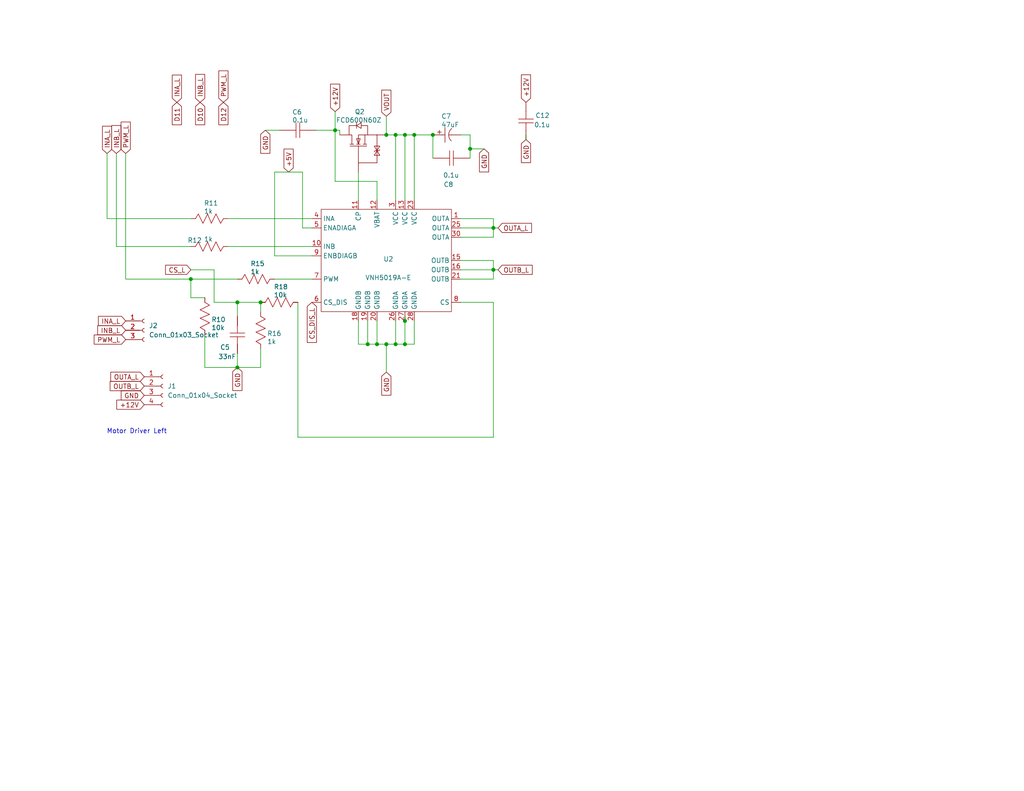
<source format=kicad_sch>
(kicad_sch (version 20250114) (generator "eeschema") (generator_version "9.0")
  (paper "A")
  (lib_symbols
    (symbol "Connector:Conn_01x03_Socket" (pin_names (offset 1.016) (hide yes))
      (property "Reference" "J" (at 0 5.08 0))
      (property "Value" "Conn_01x03_Socket" (at 0 -5.08 0))
      (symbol "Conn_01x03_Socket_1_1"
        (polyline (pts (xy -1.27 2.54) (xy -0.508 2.54)) (stroke (width 0.1524)))
        (polyline (pts (xy -1.27 0) (xy -0.508 0)) (stroke (width 0.1524)))
        (polyline (pts (xy -1.27 -2.54) (xy -0.508 -2.54)) (stroke (width 0.1524)))
        (arc (start 0 2.032) (mid -0.5058 2.54) (end 0 3.048) (stroke (width 0.1524)))
        (arc (start 0 -0.508) (mid -0.5058 0) (end 0 0.508) (stroke (width 0.1524)))
        (arc (start 0 -3.048) (mid -0.5058 -2.54) (end 0 -2.032) (stroke (width 0.1524)))
        (pin passive line (at -5.08 2.54 0) (length 3.81) (name "Pin_1") (number "1"))
        (pin passive line (at -5.08 0 0) (length 3.81) (name "Pin_2") (number "2"))
        (pin passive line (at -5.08 -2.54 0) (length 3.81) (name "Pin_3") (number "3"))
      )
    )
    (symbol "Connector:Conn_01x04_Socket" (pin_names (offset 1.016) (hide yes))
      (property "Reference" "J" (at 0 5.08 0))
      (property "Value" "Conn_01x04_Socket" (at 0 -7.62 0))
      (symbol "Conn_01x04_Socket_1_1"
        (polyline (pts (xy -1.27 2.54) (xy -0.508 2.54)) (stroke (width 0.1524)))
        (polyline (pts (xy -1.27 0) (xy -0.508 0)) (stroke (width 0.1524)))
        (polyline (pts (xy -1.27 -2.54) (xy -0.508 -2.54)) (stroke (width 0.1524)))
        (polyline (pts (xy -1.27 -5.08) (xy -0.508 -5.08)) (stroke (width 0.1524)))
        (arc (start 0 2.032) (mid -0.5058 2.54) (end 0 3.048) (stroke (width 0.1524)))
        (arc (start 0 -0.508) (mid -0.5058 0) (end 0 0.508) (stroke (width 0.1524)))
        (arc (start 0 -3.048) (mid -0.5058 -2.54) (end 0 -2.032) (stroke (width 0.1524)))
        (arc (start 0 -5.588) (mid -0.5058 -5.08) (end 0 -4.572) (stroke (width 0.1524)))
        (pin passive line (at -5.08 2.54 0) (length 3.81) (name "Pin_1") (number "1"))
        (pin passive line (at -5.08 0 0) (length 3.81) (name "Pin_2") (number "2"))
        (pin passive line (at -5.08 -2.54 0) (length 3.81) (name "Pin_3") (number "3"))
        (pin passive line (at -5.08 -5.08 0) (length 3.81) (name "Pin_4") (number "4"))
      )
    )
    (symbol "VNH5019-altium-import:root_0_0.1u_" (pin_numbers (hide yes)) (pin_names (hide yes))
      (symbol "root_0_0.1u__1_0"
        (polyline (pts (xy -0.508 0) (xy -2.54 0)) (stroke (width 0) (color 160 0 0 1)))
        (polyline (pts (xy -0.508 -2.032) (xy -0.508 2.032)) (stroke (width 0) (color 160 0 0 1)))
        (polyline (pts (xy 0.508 2.032) (xy 0.508 -2.032)) (stroke (width 0) (color 160 0 0 1)))
        (polyline (pts (xy 2.54 0) (xy 0.508 0)) (stroke (width 0) (color 160 0 0 1)))
        (pin passive line (at -5.08 0 0) (length 2.54) (name "1") (number "1"))
        (pin passive line (at 5.08 0 180) (length 2.54) (name "2") (number "2"))
      )
    )
    (symbol "VNH5019-altium-import:root_0_10k_" (pin_numbers (hide yes)) (pin_names (hide yes))
      (symbol "root_0_10k__1_0"
        (polyline (pts (xy -3.048 1.27) (xy -3.81 0)) (stroke (width 0) (color 160 0 0 1)))
        (polyline (pts (xy -1.778 -1.27) (xy -3.048 1.27)) (stroke (width 0) (color 160 0 0 1)))
        (polyline (pts (xy -0.508 1.27) (xy -1.778 -1.27)) (stroke (width 0) (color 160 0 0 1)))
        (polyline (pts (xy 0.508 -1.27) (xy -0.508 1.27)) (stroke (width 0) (color 160 0 0 1)))
        (polyline (pts (xy 1.778 1.27) (xy 0.508 -1.27)) (stroke (width 0) (color 160 0 0 1)))
        (polyline (pts (xy 3.048 -1.27) (xy 1.778 1.27)) (stroke (width 0) (color 160 0 0 1)))
        (polyline (pts (xy 3.81 0) (xy 3.048 -1.27)) (stroke (width 0) (color 160 0 0 1)))
        (pin passive line (at -5.08 0 0) (length 1.27) (name "1") (number "1"))
        (pin passive line (at 5.08 0 180) (length 1.27) (name "2") (number "2"))
      )
    )
    (symbol "VNH5019-altium-import:root_0_1k_" (pin_numbers (hide yes)) (pin_names (hide yes))
      (symbol "root_0_1k__1_0"
        (polyline (pts (xy -3.048 1.27) (xy -3.81 0)) (stroke (width 0) (color 160 0 0 1)))
        (polyline (pts (xy -1.778 -1.27) (xy -3.048 1.27)) (stroke (width 0) (color 160 0 0 1)))
        (polyline (pts (xy -0.508 1.27) (xy -1.778 -1.27)) (stroke (width 0) (color 160 0 0 1)))
        (polyline (pts (xy 0.508 -1.27) (xy -0.508 1.27)) (stroke (width 0) (color 160 0 0 1)))
        (polyline (pts (xy 1.778 1.27) (xy 0.508 -1.27)) (stroke (width 0) (color 160 0 0 1)))
        (polyline (pts (xy 3.048 -1.27) (xy 1.778 1.27)) (stroke (width 0) (color 160 0 0 1)))
        (polyline (pts (xy 3.81 0) (xy 3.048 -1.27)) (stroke (width 0) (color 160 0 0 1)))
        (pin passive line (at -5.08 0 0) (length 1.27) (name "1") (number "1"))
        (pin passive line (at 5.08 0 180) (length 1.27) (name "2") (number "2"))
      )
    )
    (symbol "VNH5019-altium-import:root_0_47uF_" (pin_numbers (hide yes)) (pin_names (hide yes))
      (symbol "root_0_47uF__1_0"
        (polyline (pts (xy -2.54 0.762) (xy -1.524 0.762)) (stroke (width 0) (color 136 0 0 1)))
        (polyline (pts (xy -2.032 1.27) (xy -2.032 0.254)) (stroke (width 0) (color 136 0 0 1)))
        (polyline (pts (xy -1.27 0) (xy -0.508 0)) (stroke (width 0) (color 136 0 0 1)))
        (polyline (pts (xy -0.508 2.032) (xy -0.508 -2.032)) (stroke (width 0) (color 136 0 0 1)))
        (polyline (pts (xy 0.508 0) (xy 1.27 0)) (stroke (width 0) (color 136 0 0 1)))
        (arc (start 1.2064 -1.6438) (mid 0.5094 0.0813) (end 1.3258 1.7532) (stroke (width 0) (color 136 0 0 1)))
        (pin passive line (at -3.81 0 0) (length 2.54) (name "1") (number "1"))
        (pin passive line (at 3.81 0 180) (length 2.54) (name "2") (number "2"))
      )
    )
    (symbol "VNH5019-altium-import:root_0_VNH5019A-E_"
      (symbol "root_0_VNH5019A-E__1_0"
        (rectangle (start -17.78 13.97) (end 17.78 -13.97) (stroke (width 0) (color 141 35 35 1)))
        (pin passive line (at -20.32 11.43 0) (length 2.54) (name "INA") (number "4"))
        (pin passive line (at -20.32 8.89 0) (length 2.54) (name "ENADIAGA") (number "5"))
        (pin passive line (at -20.32 3.81 0) (length 2.54) (name "INB") (number "10"))
        (pin passive line (at -20.32 1.27 0) (length 2.54) (name "ENBDIAGB") (number "9"))
        (pin passive line (at -20.32 -5.08 0) (length 2.54) (name "PWM") (number "7"))
        (pin passive line (at -20.32 -11.43 0) (length 2.54) (name "CS_DIS") (number "6"))
        (pin passive line (at -7.62 16.51 270) (length 2.54) (name "CP") (number "11"))
        (pin passive line (at -7.62 -16.51 90) (length 2.54) (name "GNDB") (number "18"))
        (pin passive line (at -5.08 -16.51 90) (length 2.54) (name "GNDB") (number "19"))
        (pin passive line (at -2.54 16.51 270) (length 2.54) (name "VBAT") (number "12"))
        (pin passive line (at -2.54 -16.51 90) (length 2.54) (name "GNDB") (number "20"))
        (pin passive line (at 2.54 16.51 270) (length 2.54) (name "VCC") (number "3"))
        (pin passive line (at 2.54 -16.51 90) (length 2.54) (name "GNDA") (number "26"))
        (pin passive line (at 5.08 16.51 270) (length 2.54) (name "VCC") (number "13"))
        (pin passive line (at 5.08 -16.51 90) (length 2.54) (name "GNDA") (number "27"))
        (pin passive line (at 7.62 16.51 270) (length 2.54) (name "VCC") (number "23"))
        (pin passive line (at 7.62 -16.51 90) (length 2.54) (name "GNDA") (number "28"))
        (pin passive line (at 20.32 11.43 180) (length 2.54) (name "OUTA") (number "1"))
        (pin passive line (at 20.32 8.89 180) (length 2.54) (name "OUTA") (number "25"))
        (pin passive line (at 20.32 6.35 180) (length 2.54) (name "OUTA") (number "30"))
        (pin passive line (at 20.32 0 180) (length 2.54) (name "OUTB") (number "15"))
        (pin passive line (at 20.32 -2.54 180) (length 2.54) (name "OUTB") (number "16"))
        (pin passive line (at 20.32 -5.08 180) (length 2.54) (name "OUTB") (number "21"))
        (pin passive line (at 20.32 -11.43 180) (length 2.54) (name "CS") (number "8"))
      )
    )
    (symbol "VNH5019-altium-import:root_1_10k_" (pin_numbers (hide yes)) (pin_names (hide yes))
      (symbol "root_1_10k__1_0"
        (polyline (pts (xy -1.27 1.778) (xy 1.27 0.508)) (stroke (width 0) (color 160 0 0 1)))
        (polyline (pts (xy -1.27 -0.508) (xy 1.27 -1.778)) (stroke (width 0) (color 160 0 0 1)))
        (polyline (pts (xy -1.27 -3.048) (xy 0 -3.81)) (stroke (width 0) (color 160 0 0 1)))
        (polyline (pts (xy 0 3.81) (xy 1.27 3.048)) (stroke (width 0) (color 160 0 0 1)))
        (polyline (pts (xy 1.27 3.048) (xy -1.27 1.778)) (stroke (width 0) (color 160 0 0 1)))
        (polyline (pts (xy 1.27 0.508) (xy -1.27 -0.508)) (stroke (width 0) (color 160 0 0 1)))
        (polyline (pts (xy 1.27 -1.778) (xy -1.27 -3.048)) (stroke (width 0) (color 160 0 0 1)))
        (pin passive line (at 0 5.08 270) (length 1.27) (name "2") (number "2"))
        (pin passive line (at 0 -5.08 90) (length 1.27) (name "1") (number "1"))
      )
    )
    (symbol "VNH5019-altium-import:root_1_1k_" (pin_numbers (hide yes)) (pin_names (hide yes))
      (symbol "root_1_1k__1_0"
        (polyline (pts (xy -1.27 1.778) (xy 1.27 0.508)) (stroke (width 0) (color 160 0 0 1)))
        (polyline (pts (xy -1.27 -0.508) (xy 1.27 -1.778)) (stroke (width 0) (color 160 0 0 1)))
        (polyline (pts (xy -1.27 -3.048) (xy 0 -3.81)) (stroke (width 0) (color 160 0 0 1)))
        (polyline (pts (xy 0 3.81) (xy 1.27 3.048)) (stroke (width 0) (color 160 0 0 1)))
        (polyline (pts (xy 1.27 3.048) (xy -1.27 1.778)) (stroke (width 0) (color 160 0 0 1)))
        (polyline (pts (xy 1.27 0.508) (xy -1.27 -0.508)) (stroke (width 0) (color 160 0 0 1)))
        (polyline (pts (xy 1.27 -1.778) (xy -1.27 -3.048)) (stroke (width 0) (color 160 0 0 1)))
        (pin passive line (at 0 5.08 270) (length 1.27) (name "2") (number "2"))
        (pin passive line (at 0 -5.08 90) (length 1.27) (name "1") (number "1"))
      )
    )
    (symbol "VNH5019-altium-import:root_1_FCD600N60Z_" (pin_numbers (hide yes)) (pin_names (hide yes))
      (property "Reference" "Q2" (at -1.016 5.588 0))
      (property "Value" "FCD600N60Z" (at -6.096 3.302 0))
      (symbol "root_1_FCD600N60Z__1_0"
        (polyline (pts (xy -2.286 -2.54) (xy -1.27 -2.54)) (stroke (width 0) (color 136 0 0 1)))
        (polyline (pts (xy -2.286 -3.048) (xy 2.286 -3.048)) (stroke (width 0) (color 136 0 0 1)))
        (polyline (pts (xy -1.778 -2.54) (xy -1.778 0) (xy -1.778 0) (xy -2.54 0) (xy -2.54 0) (xy -2.54 2.54) (xy -2.54 2.54) (xy -0.508 2.54)) (stroke (width 0) (color 136 0 0 1)))
        (polyline (pts (xy -0.508 3.302) (xy -0.508 3.048) (xy -0.508 3.048) (xy -0.508 2.032) (xy -0.508 2.032) (xy -0.508 1.778)) (stroke (width 0) (color 136 0 0 1)))
        (polyline (pts (xy -0.508 2.54) (xy 0.762 1.778) (xy 0.762 1.778) (xy 0.762 3.302) (xy 0.762 3.302) (xy -0.508 2.54)) (stroke (width 0) (color 136 0 0 1)))
        (polyline (pts (xy 0 -2.54) (xy 0.508 -1.016) (xy 0.508 -1.016) (xy -0.508 -1.016) (xy -0.508 -1.016) (xy 0 -2.54)) (stroke (width 0) (color 136 0 0 1)))
        (polyline (pts (xy 0 -2.54) (xy 0 0) (xy 0 0) (xy 2.54 0) (xy 2.54 0) (xy 2.54 2.54) (xy 2.54 2.54) (xy 0.762 2.54)) (stroke (width 0) (color 136 0 0 1)))
        (polyline (pts (xy 0 -8.128) (xy 0 -3.048)) (stroke (width 0) (color 136 0 0 1)))
        (polyline (pts (xy 0.508 -2.54) (xy -0.508 -2.54)) (stroke (width 0) (color 136 0 0 1)))
        (polyline (pts (xy 1.778 0) (xy 1.778 -2.54)) (stroke (width 0) (color 136 0 0 1)))
        (polyline (pts (xy 2.286 -2.54) (xy 1.27 -2.54)) (stroke (width 0) (color 136 0 0 1)))
        (polyline (pts (xy 4.318 -4.572) (xy 4.572 -4.318) (xy 4.572 -4.318) (xy 5.588 -4.318) (xy 5.588 -4.318) (xy 5.842 -4.064)) (stroke (width 0) (color 136 0 0 1)))
        (polyline (pts (xy 5.08 0) (xy 2.54 0)) (stroke (width 0) (color 136 0 0 1)))
        (polyline (pts (xy 5.08 0) (xy 5.08 -7.62)) (stroke (width 0) (color 136 0 0 1)))
        (polyline (pts (xy 5.08 -4.318) (xy 4.318 -5.588) (xy 4.318 -5.588) (xy 5.842 -5.588) (xy 5.842 -5.588) (xy 5.08 -4.318)) (stroke (width 0) (color 136 0 0 1)))
        (polyline (pts (xy 5.08 -4.318) (xy 5.842 -3.048) (xy 5.842 -3.048) (xy 4.318 -3.048) (xy 4.318 -3.048) (xy 5.08 -4.318)) (stroke (width 0) (color 136 0 0 1)))
        (polyline (pts (xy 5.08 -7.62) (xy 0 -7.62)) (stroke (width 0) (color 136 0 0 1)))
        (pin passive line (at -5.08 0 0) (length 2.54) (name "D") (number "2"))
        (pin passive line (at 0 -10.16 90) (length 2.032) (name "G") (number "1"))
        (pin passive line (at 7.62 0 180) (length 2.54) (name "S") (number "3"))
      )
    )
    (symbol "VNH5019-altium-import:root_3_33nF_" (pin_numbers (hide yes)) (pin_names (hide yes))
      (symbol "root_3_33nF__1_0"
        (polyline (pts (xy -2.032 0.508) (xy 2.032 0.508)) (stroke (width 0) (color 160 0 0 1)))
        (polyline (pts (xy 0 0.508) (xy 0 2.54)) (stroke (width 0) (color 160 0 0 1)))
        (polyline (pts (xy 0 -2.54) (xy 0 -0.508)) (stroke (width 0) (color 160 0 0 1)))
        (polyline (pts (xy 2.032 -0.508) (xy -2.032 -0.508)) (stroke (width 0) (color 160 0 0 1)))
        (pin passive line (at 0 5.08 270) (length 2.54) (name "1") (number "1"))
        (pin passive line (at 0 -5.08 90) (length 2.54) (name "2") (number "2"))
      )
    )
  )
  (text "Motor Driver Left" (at 37.338 117.856 0) (effects (font (size 1.27 1.27))))
  (junction (at 64.77 100.33))
  (junction (at 110.49 87.63))
  (junction (at 102.87 93.98))
  (junction (at 105.41 93.98))
  (junction (at 110.49 93.98))
  (junction (at 100.33 93.98))
  (junction (at 134.62 73.66))
  (junction (at 134.62 62.23))
  (junction (at 105.41 36.83))
  (junction (at 71.12 82.55))
  (junction (at 118.11 36.83))
  (junction (at 128.27 40.64))
  (junction (at 91.44 35.56))
  (junction (at 52.07 76.2))
  (junction (at 110.49 36.83))
  (junction (at 64.77 82.55))
  (junction (at 113.03 36.83))
  (junction (at 107.95 36.83))
  (junction (at 107.95 93.98))
  (wire (pts (xy 128.27 36.83) (xy 128.27 40.64)))
  (wire (pts (xy 134.62 71.12) (xy 134.62 73.66)))
  (wire (pts (xy 105.41 31.75) (xy 105.41 36.83)))
  (wire (pts (xy 110.49 93.98) (xy 113.03 93.98)))
  (wire (pts (xy 110.49 93.98) (xy 110.49 87.63)))
  (wire (pts (xy 107.95 87.63) (xy 107.95 93.98)))
  (wire (pts (xy 134.62 76.2) (xy 125.73 76.2)))
  (wire (pts (xy 91.44 35.56) (xy 91.44 49.53)))
  (wire (pts (xy 55.88 100.33) (xy 55.88 91.44)))
  (wire (pts (xy 97.79 87.63) (xy 97.79 93.98)))
  (wire (pts (xy 34.29 76.2) (xy 52.07 76.2)))
  (wire (pts (xy 107.95 36.83) (xy 107.95 54.61)))
  (wire (pts (xy 64.77 96.52) (xy 64.77 100.33)))
  (wire (pts (xy 85.09 67.31) (xy 62.23 67.31)))
  (wire (pts (xy 102.87 87.63) (xy 102.87 93.98)))
  (wire (pts (xy 71.12 95.25) (xy 71.12 100.33)))
  (wire (pts (xy 134.62 82.55) (xy 134.62 119.38)))
  (wire (pts (xy 85.09 62.23) (xy 82.55 62.23)))
  (wire (pts (xy 102.87 93.98) (xy 105.41 93.98)))
  (wire (pts (xy 105.41 101.6) (xy 105.41 93.98)))
  (wire (pts (xy 118.11 43.18) (xy 118.11 36.83)))
  (wire (pts (xy 102.87 49.53) (xy 91.44 49.53)))
  (wire (pts (xy 52.07 76.2) (xy 64.77 76.2)))
  (wire (pts (xy 64.77 100.33) (xy 55.88 100.33)))
  (wire (pts (xy 52.07 81.28) (xy 52.07 76.2)))
  (wire (pts (xy 55.88 81.28) (xy 52.07 81.28)))
  (wire (pts (xy 110.49 54.61) (xy 110.49 36.83)))
  (wire (pts (xy 62.23 59.69) (xy 85.09 59.69)))
  (wire (pts (xy 58.42 73.66) (xy 58.42 82.55)))
  (wire (pts (xy 74.93 46.99) (xy 82.55 46.99)))
  (wire (pts (xy 143.51 38.1) (xy 143.51 36.83)))
  (wire (pts (xy 110.49 87.63) (xy 110.49 86.36)))
  (wire (pts (xy 134.62 73.66) (xy 134.62 76.2)))
  (wire (pts (xy 92.71 36.83) (xy 92.71 35.56)))
  (wire (pts (xy 110.49 36.83) (xy 107.95 36.83)))
  (wire (pts (xy 100.33 93.98) (xy 102.87 93.98)))
  (wire (pts (xy 113.03 93.98) (xy 113.03 87.63)))
  (wire (pts (xy 100.33 87.63) (xy 100.33 93.98)))
  (wire (pts (xy 107.95 93.98) (xy 110.49 93.98)))
  (wire (pts (xy 134.62 73.66) (xy 135.89 73.66)))
  (wire (pts (xy 134.62 64.77) (xy 125.73 64.77)))
  (wire (pts (xy 71.12 100.33) (xy 64.77 100.33)))
  (wire (pts (xy 125.73 73.66) (xy 134.62 73.66)))
  (wire (pts (xy 134.62 62.23) (xy 135.89 62.23)))
  (wire (pts (xy 52.07 67.31) (xy 31.75 67.31)))
  (wire (pts (xy 86.36 35.56) (xy 91.44 35.56)))
  (wire (pts (xy 29.21 59.69) (xy 29.21 41.91)))
  (wire (pts (xy 71.12 82.55) (xy 71.12 85.09)))
  (wire (pts (xy 52.07 59.69) (xy 29.21 59.69)))
  (wire (pts (xy 134.62 62.23) (xy 134.62 64.77)))
  (wire (pts (xy 34.29 41.91) (xy 34.29 76.2)))
  (wire (pts (xy 64.77 82.55) (xy 71.12 82.55)))
  (wire (pts (xy 92.71 35.56) (xy 91.44 35.56)))
  (wire (pts (xy 97.79 54.61) (xy 97.79 46.99)))
  (wire (pts (xy 81.28 119.38) (xy 81.28 82.55)))
  (wire (pts (xy 52.07 73.66) (xy 58.42 73.66)))
  (wire (pts (xy 58.42 82.55) (xy 64.77 82.55)))
  (wire (pts (xy 105.41 93.98) (xy 107.95 93.98)))
  (wire (pts (xy 91.44 30.48) (xy 91.44 35.56)))
  (wire (pts (xy 134.62 119.38) (xy 81.28 119.38)))
  (wire (pts (xy 113.03 36.83) (xy 110.49 36.83)))
  (wire (pts (xy 31.75 67.31) (xy 31.75 41.91)))
  (wire (pts (xy 97.79 93.98) (xy 100.33 93.98)))
  (wire (pts (xy 64.77 86.36) (xy 64.77 82.55)))
  (wire (pts (xy 125.73 82.55) (xy 134.62 82.55)))
  (wire (pts (xy 113.03 54.61) (xy 113.03 36.83)))
  (wire (pts (xy 132.08 40.64) (xy 128.27 40.64)))
  (wire (pts (xy 74.93 46.99) (xy 74.93 69.85)))
  (wire (pts (xy 85.09 69.85) (xy 74.93 69.85)))
  (wire (pts (xy 128.27 40.64) (xy 128.27 43.18)))
  (wire (pts (xy 134.62 59.69) (xy 134.62 62.23)))
  (wire (pts (xy 125.73 71.12) (xy 134.62 71.12)))
  (wire (pts (xy 102.87 54.61) (xy 102.87 49.53)))
  (wire (pts (xy 105.41 36.83) (xy 107.95 36.83)))
  (wire (pts (xy 82.55 46.99) (xy 82.55 62.23)))
  (wire (pts (xy 125.73 59.69) (xy 134.62 59.69)))
  (wire (pts (xy 125.73 36.83) (xy 128.27 36.83)))
  (wire (pts (xy 72.39 35.56) (xy 76.2 35.56)))
  (wire (pts (xy 85.09 76.2) (xy 74.93 76.2)))
  (wire (pts (xy 125.73 62.23) (xy 134.62 62.23)))
  (wire (pts (xy 118.11 36.83) (xy 113.03 36.83)))
  (global_label "PWM_L" (shape input) (at 34.29 92.71 180) (property "Intersheetrefs" "${INTERSHEET_REFS}" (effects (hide yes))))
  (global_label "D12" (shape input) (at 60.96 27.94 270) (property "Intersheetrefs" "${INTERSHEET_REFS}" (effects (hide yes))))
  (global_label "INB_L" (shape input) (at 54.61 27.94 90) (property "Intersheetrefs" "${INTERSHEET_REFS}" (effects (hide yes))))
  (global_label "INA_L" (shape input) (at 34.29 87.63 180) (property "Intersheetrefs" "${INTERSHEET_REFS}" (effects (hide yes))))
  (global_label "INB_L" (shape input) (at 31.75 41.91 90) (property "Intersheetrefs" "${INTERSHEET_REFS}" (effects (hide yes))))
  (global_label "INB_L" (shape input) (at 34.29 90.17 180) (property "Intersheetrefs" "${INTERSHEET_REFS}" (effects (hide yes))))
  (global_label "OUTB_L" (shape input) (at 39.37 105.41 180) (property "Intersheetrefs" "${INTERSHEET_REFS}" (effects (hide yes))))
  (global_label "OUTB_L" (shape input) (at 135.89 73.66 0) (property "Intersheetrefs" "${INTERSHEET_REFS}" (effects (hide yes))))
  (global_label "CS_DIS_L" (shape input) (at 85.09 82.55 270) (property "Intersheetrefs" "${INTERSHEET_REFS}" (effects (hide yes))))
  (global_label "+5V" (shape input) (at 78.74 46.99 90) (property "Intersheetrefs" "${INTERSHEET_REFS}" (effects (hide yes))))
  (global_label "INA_L" (shape input) (at 48.26 27.94 90) (property "Intersheetrefs" "${INTERSHEET_REFS}" (effects (hide yes))))
  (global_label "PWM_L" (shape input) (at 60.96 27.94 90) (property "Intersheetrefs" "${INTERSHEET_REFS}" (effects (hide yes))))
  (global_label "GND" (shape input) (at 39.37 107.95 180) (property "Intersheetrefs" "${INTERSHEET_REFS}" (effects (hide yes))))
  (global_label "GND" (shape input) (at 132.08 40.64 270) (property "Intersheetrefs" "${INTERSHEET_REFS}" (effects (hide yes))))
  (global_label "INA_L" (shape input) (at 29.21 41.91 90) (property "Intersheetrefs" "${INTERSHEET_REFS}" (effects (hide yes))))
  (global_label "+12V" (shape input) (at 91.44 30.48 90) (property "Intersheetrefs" "${INTERSHEET_REFS}" (effects (hide yes))))
  (global_label "PWM_L" (shape input) (at 34.29 41.91 90) (property "Intersheetrefs" "${INTERSHEET_REFS}" (effects (hide yes))))
  (global_label "CS_L" (shape input) (at 52.07 73.66 180) (property "Intersheetrefs" "${INTERSHEET_REFS}" (effects (hide yes))))
  (global_label "GND" (shape input) (at 72.39 35.56 270) (property "Intersheetrefs" "${INTERSHEET_REFS}" (effects (hide yes))))
  (global_label "+12V" (shape input) (at 143.51 27.94 90) (property "Intersheetrefs" "${INTERSHEET_REFS}" (effects (hide yes))))
  (global_label "D10" (shape input) (at 54.61 27.94 270) (property "Intersheetrefs" "${INTERSHEET_REFS}" (effects (hide yes))))
  (global_label "+12V" (shape input) (at 39.37 110.49 180) (property "Intersheetrefs" "${INTERSHEET_REFS}" (effects (hide yes))))
  (global_label "OUTA_L" (shape input) (at 135.89 62.23 0) (property "Intersheetrefs" "${INTERSHEET_REFS}" (effects (hide yes))))
  (global_label "OUTA_L" (shape input) (at 39.37 102.87 180) (property "Intersheetrefs" "${INTERSHEET_REFS}" (effects (hide yes))))
  (global_label "GND" (shape input) (at 143.51 38.1 270) (property "Intersheetrefs" "${INTERSHEET_REFS}" (effects (hide yes))))
  (global_label "D11" (shape input) (at 48.26 27.94 270) (property "Intersheetrefs" "${INTERSHEET_REFS}" (effects (hide yes))))
  (global_label "GND" (shape input) (at 105.41 101.6 270) (property "Intersheetrefs" "${INTERSHEET_REFS}" (effects (hide yes))))
  (global_label "GND" (shape input) (at 64.77 100.33 270) (property "Intersheetrefs" "${INTERSHEET_REFS}" (effects (hide yes))))
  (global_label "VOUT" (shape input) (at 105.41 31.75 90) (property "Intersheetrefs" "${INTERSHEET_REFS}" (effects (hide yes))))
  (symbol (lib_id "VNH5019-altium-import:root_0_0.1u_") (at 81.28 35.56 0) (unit 1)
    (property "Reference" "C6" (at 79.714 31.328 0) (effects (justify left bottom)))
    (property "Value" "0.1u" (at 79.712 33.507 0) (effects (justify left bottom)))
    (property "Footprint" "Capacitor_SMD:C_0805_2012Metric" (effects (hide yes)))
    (property "NAMEALIAS" "Value(F)" (effects (hide yes)))
    (property "CONTRIBUTOR" "LCEDA_Lib" (effects (hide yes)))
    (property "SPICEPRE" "C" (effects (hide yes)))
    (property "SPICESYMBOLNAME" "C_0805_US" (effects (hide yes)))
  )
  (symbol (lib_id "Connector:Conn_01x03_Socket") (at 39.37 90.17 0) (unit 1)
    (property "Reference" "J2" (at 40.64 88.8999 0) (effects (justify left)))
    (property "Value" "Conn_01x03_Socket" (at 40.64 91.4399 0) (effects (justify left)))
    (property "Footprint" "Connector_PinSocket_2.54mm:PinSocket_1x03_P2.54mm_Vertical" (effects (hide yes)))
    (property "Description" "Generic connector, single row, 01x03, script generated" (effects (hide yes)))
  )
  (symbol (lib_id "VNH5019-altium-import:root_1_1k_") (at 71.12 90.17 0) (unit 1)
    (property "Reference" "R16" (at 72.9 91.78 0) (effects (justify left bottom)))
    (property "Value" "1k" (at 72.898 93.995 0) (effects (justify left bottom)))
    (property "Footprint" "Resistor_SMD:R_0508_1220Metric" (effects (hide yes)))
    (property "NAMEALIAS" "Value(Ω)" (effects (hide yes)))
    (property "CONTRIBUTOR" "LCEDA_Lib" (effects (hide yes)))
    (property "SPICEPRE" "R" (effects (hide yes)))
    (property "SPICESYMBOLNAME" "R_0805_US" (effects (hide yes)))
  )
  (symbol (lib_id "VNH5019-altium-import:root_1_10k_") (at 55.88 86.36 0) (unit 1)
    (property "Reference" "R10" (at 57.66 87.97 0) (effects (justify left bottom)))
    (property "Value" "10k" (at 57.658 90.185 0) (effects (justify left bottom)))
    (property "Footprint" "Resistor_SMD:R_0508_1220Metric" (effects (hide yes)))
    (property "NAMEALIAS" "Value(Ω)" (effects (hide yes)))
    (property "CONTRIBUTOR" "LCEDA_Lib" (effects (hide yes)))
    (property "SPICEPRE" "R" (effects (hide yes)))
    (property "SPICESYMBOLNAME" "R_0805_US" (effects (hide yes)))
  )
  (symbol (lib_id "VNH5019-altium-import:root_0_10k_") (at 76.2 82.55 0) (unit 1)
    (property "Reference" "R18" (at 74.686 79.048 0) (effects (justify left bottom)))
    (property "Value" "10k" (at 74.684 81.259 0) (effects (justify left bottom)))
    (property "Footprint" "Resistor_SMD:R_0508_1220Metric" (effects (hide yes)))
    (property "NAMEALIAS" "Value(Ω)" (effects (hide yes)))
    (property "CONTRIBUTOR" "LCEDA_Lib" (effects (hide yes)))
    (property "SPICEPRE" "R" (effects (hide yes)))
    (property "SPICESYMBOLNAME" "R_0805_US" (effects (hide yes)))
  )
  (symbol (lib_id "VNH5019-altium-import:root_0_0.1u_") (at 123.19 43.18 0) (unit 1)
    (property "Reference" "C8" (at 121.019 51.096 0) (effects (justify left bottom)))
    (property "Value" "0.1u" (at 120.884 48.556 0) (effects (justify left bottom)))
    (property "Footprint" "Capacitor_SMD:C_0805_2012Metric" (effects (hide yes)))
    (property "NAMEALIAS" "Value(F)" (effects (hide yes)))
    (property "CONTRIBUTOR" "LCEDA_Lib" (effects (hide yes)))
    (property "SPICEPRE" "C" (effects (hide yes)))
    (property "SPICESYMBOLNAME" "C_0805_US" (effects (hide yes)))
  )
  (symbol (lib_id "VNH5019-altium-import:root_1_FCD600N60Z_") (at 97.79 36.83 0) (unit 1)
    (property "Reference" "Q2" (at 96.774 31.242 0) (effects (justify left bottom)))
    (property "Value" "FCD600N60Z" (at 91.694 33.528 0) (effects (justify left bottom)))
    (property "Footprint" "Package_TO_SOT_SMD:TO-252-2" (effects (hide yes)))
    (property "SUPPLIER" "LCSC" (effects (hide yes)))
    (property "SUPPLIER PART" "C352876" (effects (hide yes)))
    (property "MANUFACTURER" "ON Semicon" (effects (hide yes)))
    (property "MANUFACTURER PART" "FCD600N60Z" (effects (hide yes)))
    (property "CONTRIBUTOR" "LCSC" (effects (hide yes)))
    (property "SMT TYPE" "Extend" (effects (hide yes)))
    (property "JLCPCB SMD" "Yes" (effects (hide yes)))
    (property "SPICEPRE" "Q" (effects (hide yes)))
    (property "SPICESYMBOLNAME" "FCD600N60Z" (effects (hide yes)))
  )
  (symbol (lib_id "VNH5019-altium-import:root_3_33nF_") (at 64.77 91.44 0) (unit 1)
    (property "Reference" "C5" (at 60.057 95.546 0) (effects (justify left bottom)))
    (property "Value" "33nF" (at 59.529 98.086 0) (effects (justify left bottom)))
    (property "Footprint" "Capacitor_SMD:C_0805_2012Metric" (effects (hide yes)))
    (property "NAMEALIAS" "Value(F)" (effects (hide yes)))
    (property "CONTRIBUTOR" "LCEDA_Lib" (effects (hide yes)))
    (property "SPICEPRE" "C" (effects (hide yes)))
    (property "SPICESYMBOLNAME" "C_0805_US" (effects (hide yes)))
  )
  (symbol (lib_id "VNH5019-altium-import:root_0_47uF_") (at 121.92 36.83 0) (unit 1)
    (property "Reference" "C7" (at 120.406 32.471 0) (effects (justify left bottom)))
    (property "Value" "47uF" (at 120.404 34.777 0) (effects (justify left bottom)))
    (property "Footprint" "Capacitor_SMD:C_Elec_6.3x5.4" (effects (hide yes)))
    (property "SUPPLIER" "LCSC" (effects (hide yes)))
    (property "MANUFACTURER" "CapXon" (effects (hide yes)))
    (property "MANUFACTURER PART" "ZV470M035E055R" (effects (hide yes)))
    (property "NAMEALIAS" "Capacitance" (effects (hide yes)))
    (property "SUPPLIER PART" "C65229" (effects (hide yes)))
    (property "LCSC ASSEMBLY" "Yes" (effects (hide yes)))
    (property "SMT TYPE" "Extend" (effects (hide yes)))
    (property "SPICEPRE" "C" (effects (hide yes)))
    (property "SPICESYMBOLNAME" "ZV470M035E055R" (effects (hide yes)))
  )
  (symbol (lib_id "Connector:Conn_01x04_Socket") (at 44.45 105.41 0) (unit 1)
    (property "Reference" "J1" (at 45.72 105.4099 0) (effects (justify left)))
    (property "Value" "Conn_01x04_Socket" (at 45.72 107.9499 0) (effects (justify left)))
    (property "Footprint" "Connector_PinSocket_2.54mm:PinSocket_1x04_P2.54mm_Vertical" (effects (hide yes)))
    (property "Description" "Generic connector, single row, 01x04, script generated" (effects (hide yes)))
  )
  (symbol (lib_id "VNH5019-altium-import:root_0_1k_") (at 57.15 59.69 0) (unit 1)
    (property "Reference" "R11" (at 55.636 56.188 0) (effects (justify left bottom)))
    (property "Value" "1k" (at 55.634 58.399 0) (effects (justify left bottom)))
    (property "Footprint" "Resistor_SMD:R_0508_1220Metric" (effects (hide yes)))
    (property "NAMEALIAS" "Value(Ω)" (effects (hide yes)))
    (property "CONTRIBUTOR" "LCEDA_Lib" (effects (hide yes)))
    (property "SPICEPRE" "R" (effects (hide yes)))
    (property "SPICESYMBOLNAME" "R_0805_US" (effects (hide yes)))
  )
  (symbol (lib_id "VNH5019-altium-import:root_0_0.1u_") (at 143.51 33.02 270) (unit 1)
    (property "Reference" "C12" (at 149.979 32.258 90) (effects (justify right bottom)))
    (property "Value" "0.1u" (at 150.114 34.798 90) (effects (justify right bottom)))
    (property "Footprint" "Capacitor_SMD:C_0805_2012Metric" (effects (hide yes)))
    (property "NAMEALIAS" "Value(F)" (effects (hide yes)))
    (property "CONTRIBUTOR" "LCEDA_Lib" (effects (hide yes)))
    (property "SPICEPRE" "C" (effects (hide yes)))
    (property "SPICESYMBOLNAME" "C_0805_US" (effects (hide yes)))
  )
  (symbol (lib_id "VNH5019-altium-import:root_0_1k_") (at 69.85 76.2 0) (unit 1)
    (property "Reference" "R15" (at 68.336 72.698 0) (effects (justify left bottom)))
    (property "Value" "1k" (at 68.334 74.909 0) (effects (justify left bottom)))
    (property "Footprint" "Resistor_SMD:R_0508_1220Metric" (effects (hide yes)))
    (property "NAMEALIAS" "Value(Ω)" (effects (hide yes)))
    (property "CONTRIBUTOR" "LCEDA_Lib" (effects (hide yes)))
    (property "SPICEPRE" "R" (effects (hide yes)))
    (property "SPICESYMBOLNAME" "R_0805_US" (effects (hide yes)))
  )
  (symbol (lib_id "VNH5019-altium-import:root_0_VNH5019A-E_") (at 105.41 71.12 0) (unit 1)
    (property "Reference" "U2" (at 104.594 71.46 0) (effects (justify left bottom)))
    (property "Value" "VNH5019A-E" (at 99.633 76.54 0) (effects (justify left bottom)))
    (property "Footprint" "Package_SO:ST_MultiPowerSO-30" (effects (hide yes)))
    (property "TIMESTAMP" "1470775320" (effects (hide yes)))
    (property "SPICEPRE" "U" (effects (hide yes)))
    (property "SPICESYMBOLNAME" "VNH5019A-E" (effects (hide yes)))
  )
  (symbol (lib_id "VNH5019-altium-import:root_0_1k_") (at 57.15 67.31 0) (unit 1)
    (property "Reference" "R12" (at 51.169 66.336 0) (effects (justify left bottom)))
    (property "Value" "1k" (at 55.634 66.019 0) (effects (justify left bottom)))
    (property "Footprint" "Resistor_SMD:R_0508_1220Metric" (effects (hide yes)))
    (property "NAMEALIAS" "Value(Ω)" (effects (hide yes)))
    (property "CONTRIBUTOR" "LCEDA_Lib" (effects (hide yes)))
    (property "SPICEPRE" "R" (effects (hide yes)))
    (property "SPICESYMBOLNAME" "R_0805_US" (effects (hide yes)))
  )
)
</source>
